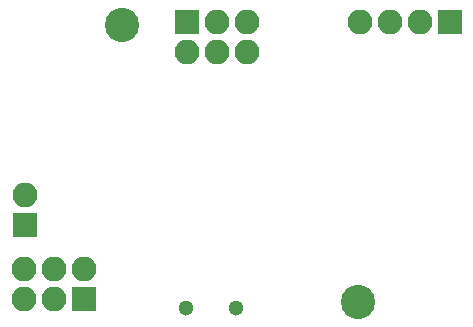
<source format=gbr>
G04 #@! TF.GenerationSoftware,KiCad,Pcbnew,5.0.0*
G04 #@! TF.CreationDate,2018-12-15T19:13:02-05:00*
G04 #@! TF.ProjectId,BT_12V_SmartSwitch-panelized-SINGLE,42545F3132565F536D61727453776974,rev?*
G04 #@! TF.SameCoordinates,Original*
G04 #@! TF.FileFunction,Soldermask,Bot*
G04 #@! TF.FilePolarity,Negative*
%FSLAX46Y46*%
G04 Gerber Fmt 4.6, Leading zero omitted, Abs format (unit mm)*
G04 Created by KiCad (PCBNEW 5.0.0) date Sat Dec 15 19:13:02 2018*
%MOMM*%
%LPD*%
G01*
G04 APERTURE LIST*
%ADD10C,1.300000*%
%ADD11R,2.100000X2.100000*%
%ADD12O,2.100000X2.100000*%
%ADD13C,2.900000*%
G04 APERTURE END LIST*
D10*
G04 #@! TO.C,SW1*
X155375000Y-64250000D03*
X159625000Y-64250000D03*
G04 #@! TD*
D11*
G04 #@! TO.C,J3*
X177750000Y-40000000D03*
D12*
X175210000Y-40000000D03*
X172670000Y-40000000D03*
X170130000Y-40000000D03*
G04 #@! TD*
D11*
G04 #@! TO.C,J1*
X141750000Y-57250000D03*
D12*
X141750000Y-54710000D03*
G04 #@! TD*
G04 #@! TO.C,J4*
X160580000Y-42540000D03*
X160580000Y-40000000D03*
X158040000Y-42540000D03*
X158040000Y-40000000D03*
X155500000Y-42540000D03*
D11*
X155500000Y-40000000D03*
G04 #@! TD*
G04 #@! TO.C,J2*
X146750000Y-63500000D03*
D12*
X146750000Y-60960000D03*
X144210000Y-63500000D03*
X144210000Y-60960000D03*
X141670000Y-63500000D03*
X141670000Y-60960000D03*
G04 #@! TD*
D13*
G04 #@! TO.C,REF\002A\002A*
X170000000Y-63750000D03*
G04 #@! TD*
G04 #@! TO.C,REF\002A\002A*
X150000000Y-40250000D03*
G04 #@! TD*
D10*
G04 #@! TO.C,SW1*
X155375000Y-64250000D03*
X159625000Y-64250000D03*
G04 #@! TD*
D11*
G04 #@! TO.C,J3*
X177750000Y-40000000D03*
D12*
X175210000Y-40000000D03*
X172670000Y-40000000D03*
X170130000Y-40000000D03*
G04 #@! TD*
D11*
G04 #@! TO.C,J1*
X141750000Y-57250000D03*
D12*
X141750000Y-54710000D03*
G04 #@! TD*
G04 #@! TO.C,J4*
X160580000Y-42540000D03*
X160580000Y-40000000D03*
X158040000Y-42540000D03*
X158040000Y-40000000D03*
X155500000Y-42540000D03*
D11*
X155500000Y-40000000D03*
G04 #@! TD*
G04 #@! TO.C,J2*
X146750000Y-63500000D03*
D12*
X146750000Y-60960000D03*
X144210000Y-63500000D03*
X144210000Y-60960000D03*
X141670000Y-63500000D03*
X141670000Y-60960000D03*
G04 #@! TD*
D13*
G04 #@! TO.C,REF\002A\002A*
X170000000Y-63750000D03*
G04 #@! TD*
G04 #@! TO.C,REF\002A\002A*
X150000000Y-40250000D03*
G04 #@! TD*
M02*

</source>
